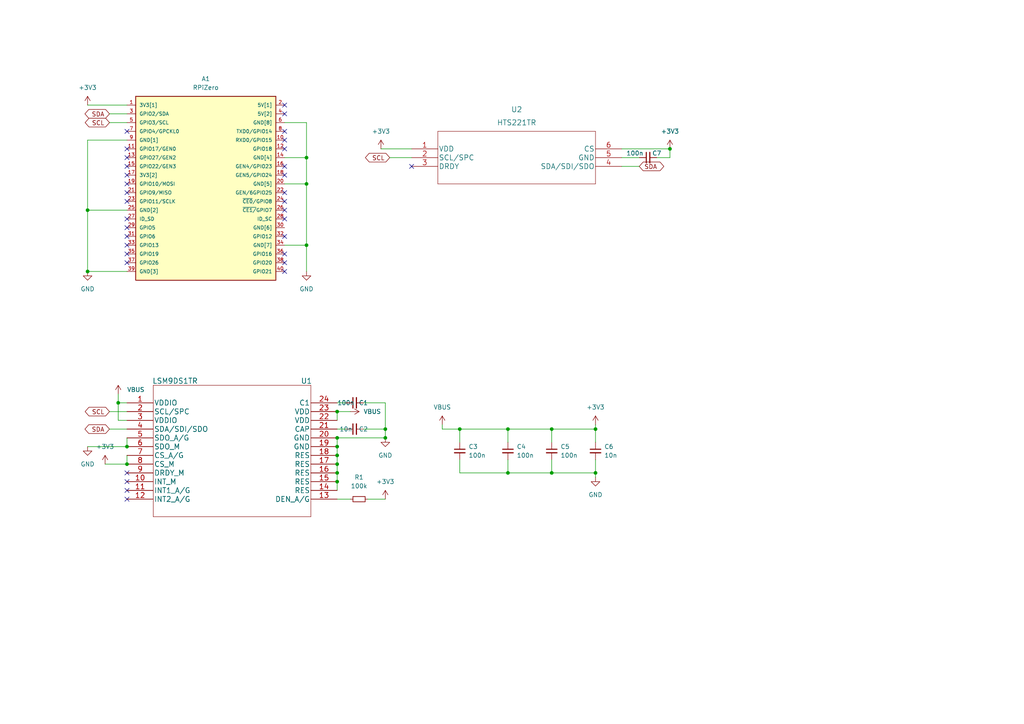
<source format=kicad_sch>
(kicad_sch (version 20211123) (generator eeschema)
  (paper "A4")
  (lib_symbols
    (symbol "Device:C_Small" (pin_numbers hide) (pin_names (offset 0.254) hide)
      (property "Reference" "C" (at 0.254 1.778 0))
      (property "Value" "C_Small" (at 0.254 -2.032 0))
      (symbol "C_Small_0_1"
        (polyline (pts (xy -1.524 -0.508) (xy 1.524 -0.508)) (stroke (width 0.3302)))
        (polyline (pts (xy -1.524 0.508) (xy 1.524 0.508)) (stroke (width 0.3048)))
      )
      (symbol "C_Small_1_1"
        (pin passive line (at 0 2.54 270) (length 2.032) (name "~") (number "1"))
        (pin passive line (at 0 -2.54 90) (length 2.032) (name "~") (number "2"))
      )
    )
    (symbol "Device:R_Small" (pin_numbers hide) (pin_names (offset 0.254) hide)
      (property "Reference" "R" (at 0.762 0.508 0))
      (property "Value" "R_Small" (at 0.762 -1.016 0))
      (symbol "R_Small_0_1"
        (rectangle (start -0.762 1.778) (end 0.762 -1.778) (stroke (width 0.2032)))
      )
      (symbol "R_Small_1_1"
        (pin passive line (at 0 2.54 270) (length 0.762) (name "~") (number "1"))
        (pin passive line (at 0 -2.54 90) (length 0.762) (name "~") (number "2"))
      )
    )
    (symbol "OBC:HTS221TR" (pin_names (offset 0.254))
      (property "Reference" "U" (at 30.48 10.16 0))
      (property "Value" "HTS221TR" (at 30.48 7.62 0))
      (symbol "HTS221TR_1_1"
        (polyline (pts (xy 7.62 -10.16) (xy 53.34 -10.16)) (stroke (width 0.127)))
        (polyline (pts (xy 7.62 5.08) (xy 7.62 -10.16)) (stroke (width 0.127)))
        (polyline (pts (xy 53.34 -10.16) (xy 53.34 5.08)) (stroke (width 0.127)))
        (polyline (pts (xy 53.34 5.08) (xy 7.62 5.08)) (stroke (width 0.127)))
        (pin power_in line (at 0 0 0) (length 7.62) (name "VDD") (number "1"))
        (pin unspecified line (at 0 -2.54 0) (length 7.62) (name "SCL/SPC") (number "2"))
        (pin unspecified line (at 0 -5.08 0) (length 7.62) (name "DRDY") (number "3"))
        (pin unspecified line (at 60.96 -5.08 180) (length 7.62) (name "SDA/SDI/SDO") (number "4"))
        (pin power_in line (at 60.96 -2.54 180) (length 7.62) (name "GND") (number "5"))
        (pin unspecified line (at 60.96 0 180) (length 7.62) (name "CS") (number "6"))
      )
    )
    (symbol "OBC:LSM9DS1TR" (pin_names (offset 0.254))
      (property "Reference" "U" (at 30.48 10.16 0))
      (property "Value" "LSM9DS1TR" (at 30.48 7.62 0))
      (symbol "LSM9DS1TR_1_1"
        (polyline (pts (xy 7.62 -33.02) (xy 53.34 -33.02)) (stroke (width 0.127)))
        (polyline (pts (xy 7.62 5.08) (xy 7.62 -33.02)) (stroke (width 0.127)))
        (polyline (pts (xy 53.34 -33.02) (xy 53.34 5.08)) (stroke (width 0.127)))
        (polyline (pts (xy 53.34 5.08) (xy 7.62 5.08)) (stroke (width 0.127)))
        (pin power_in line (at 0 0 0) (length 7.62) (name "VDDIO") (number "1"))
        (pin bidirectional line (at 0 -22.86 0) (length 7.62) (name "INT_M") (number "10"))
        (pin bidirectional line (at 0 -25.4 0) (length 7.62) (name "INT1_A/G") (number "11"))
        (pin bidirectional line (at 0 -27.94 0) (length 7.62) (name "INT2_A/G") (number "12"))
        (pin bidirectional line (at 60.96 -27.94 180) (length 7.62) (name "DEN_A/G") (number "13"))
        (pin unspecified line (at 60.96 -25.4 180) (length 7.62) (name "RES") (number "14"))
        (pin unspecified line (at 60.96 -22.86 180) (length 7.62) (name "RES") (number "15"))
        (pin unspecified line (at 60.96 -20.32 180) (length 7.62) (name "RES") (number "16"))
        (pin unspecified line (at 60.96 -17.78 180) (length 7.62) (name "RES") (number "17"))
        (pin unspecified line (at 60.96 -15.24 180) (length 7.62) (name "RES") (number "18"))
        (pin power_in line (at 60.96 -12.7 180) (length 7.62) (name "GND") (number "19"))
        (pin bidirectional line (at 0 -2.54 0) (length 7.62) (name "SCL/SPC") (number "2"))
        (pin power_in line (at 60.96 -10.16 180) (length 7.62) (name "GND") (number "20"))
        (pin unspecified line (at 60.96 -7.62 180) (length 7.62) (name "CAP") (number "21"))
        (pin power_in line (at 60.96 -5.08 180) (length 7.62) (name "VDD") (number "22"))
        (pin power_in line (at 60.96 -2.54 180) (length 7.62) (name "VDD") (number "23"))
        (pin bidirectional line (at 60.96 0 180) (length 7.62) (name "C1") (number "24"))
        (pin power_in line (at 0 -5.08 0) (length 7.62) (name "VDDIO") (number "3"))
        (pin bidirectional line (at 0 -7.62 0) (length 7.62) (name "SDA/SDI/SDO") (number "4"))
        (pin output line (at 0 -10.16 0) (length 7.62) (name "SDO_A/G") (number "5"))
        (pin output line (at 0 -12.7 0) (length 7.62) (name "SDO_M") (number "6"))
        (pin bidirectional line (at 0 -15.24 0) (length 7.62) (name "CS_A/G") (number "7"))
        (pin bidirectional line (at 0 -17.78 0) (length 7.62) (name "CS_M") (number "8"))
        (pin bidirectional line (at 0 -20.32 0) (length 7.62) (name "DRDY_M") (number "9"))
      )
    )
    (symbol "OBC:RPiZero" (pin_names (offset 1.016))
      (property "Reference" "A" (at -20.3454 26.6954 0))
      (property "Value" "RPiZero" (at -20.3454 -30.5054 0))
      (symbol "RPiZero_0_0"
        (rectangle (start -20.32 -27.94) (end 20.32 25.4) (stroke (width 0.254)) (fill (type background)))
        (pin power_in line (at -22.86 22.86 0) (length 2.54) (name "3V3[1]") (number "1"))
        (pin bidirectional line (at 22.86 12.7 180) (length 2.54) (name "RXD0/GPIO15") (number "10"))
        (pin bidirectional line (at -22.86 10.16 0) (length 2.54) (name "GPIO17/GEN0") (number "11"))
        (pin bidirectional line (at 22.86 10.16 180) (length 2.54) (name "GPIO18") (number "12"))
        (pin bidirectional line (at -22.86 7.62 0) (length 2.54) (name "GPIO27/GEN2") (number "13"))
        (pin power_in line (at 22.86 7.62 180) (length 2.54) (name "GND[4]") (number "14"))
        (pin bidirectional line (at -22.86 5.08 0) (length 2.54) (name "GPIO22/GEN3") (number "15"))
        (pin bidirectional line (at 22.86 5.08 180) (length 2.54) (name "GEN4/GPIO23") (number "16"))
        (pin power_in line (at -22.86 2.54 0) (length 2.54) (name "3V3[2]") (number "17"))
        (pin bidirectional line (at 22.86 2.54 180) (length 2.54) (name "GEN5/GPIO24") (number "18"))
        (pin bidirectional line (at -22.86 0 0) (length 2.54) (name "GPIO10/MOSI") (number "19"))
        (pin power_in line (at 22.86 22.86 180) (length 2.54) (name "5V[1]") (number "2"))
        (pin power_in line (at 22.86 0 180) (length 2.54) (name "GND[5]") (number "20"))
        (pin bidirectional line (at -22.86 -2.54 0) (length 2.54) (name "GPIO9/MISO") (number "21"))
        (pin bidirectional line (at 22.86 -2.54 180) (length 2.54) (name "GEN/6GPIO25") (number "22"))
        (pin bidirectional line (at -22.86 -5.08 0) (length 2.54) (name "GPIO11/SCLK") (number "23"))
        (pin bidirectional line (at 22.86 -5.08 180) (length 2.54) (name "~{CE0}/GPIO8") (number "24"))
        (pin power_in line (at -22.86 -7.62 0) (length 2.54) (name "GND[2]") (number "25"))
        (pin bidirectional line (at 22.86 -7.62 180) (length 2.54) (name "~{CE1/}GPIO7") (number "26"))
        (pin bidirectional line (at -22.86 -10.16 0) (length 2.54) (name "ID_SD") (number "27"))
        (pin bidirectional line (at 22.86 -10.16 180) (length 2.54) (name "ID_SC") (number "28"))
        (pin bidirectional line (at -22.86 -12.7 0) (length 2.54) (name "GPIO5") (number "29"))
        (pin bidirectional line (at -22.86 20.32 0) (length 2.54) (name "GPIO2/SDA") (number "3"))
        (pin power_in line (at 22.86 -12.7 180) (length 2.54) (name "GND[6]") (number "30"))
        (pin bidirectional line (at -22.86 -15.24 0) (length 2.54) (name "GPIO6") (number "31"))
        (pin bidirectional line (at 22.86 -15.24 180) (length 2.54) (name "GPIO12") (number "32"))
        (pin bidirectional line (at -22.86 -17.78 0) (length 2.54) (name "GPIO13") (number "33"))
        (pin power_in line (at 22.86 -17.78 180) (length 2.54) (name "GND[7]") (number "34"))
        (pin bidirectional line (at -22.86 -20.32 0) (length 2.54) (name "GPIO19") (number "35"))
        (pin bidirectional line (at 22.86 -20.32 180) (length 2.54) (name "GPIO16") (number "36"))
        (pin bidirectional line (at -22.86 -22.86 0) (length 2.54) (name "GPIO26") (number "37"))
        (pin bidirectional line (at 22.86 -22.86 180) (length 2.54) (name "GPIO20") (number "38"))
        (pin power_in line (at -22.86 -25.4 0) (length 2.54) (name "GND[3]") (number "39"))
        (pin power_in line (at 22.86 20.32 180) (length 2.54) (name "5V[2]") (number "4"))
        (pin bidirectional line (at 22.86 -25.4 180) (length 2.54) (name "GPIO21") (number "40"))
        (pin bidirectional line (at -22.86 17.78 0) (length 2.54) (name "GPIO3/SCL") (number "5"))
        (pin power_in line (at 22.86 17.78 180) (length 2.54) (name "GND[8]") (number "6"))
        (pin bidirectional line (at -22.86 15.24 0) (length 2.54) (name "GPIO4/GPCKL0") (number "7"))
        (pin bidirectional line (at 22.86 15.24 180) (length 2.54) (name "TXD0/GPIO14") (number "8"))
        (pin power_in line (at -22.86 12.7 0) (length 2.54) (name "GND[1]") (number "9"))
      )
    )
    (symbol "power:+3.3V" (power) (pin_names (offset 0))
      (property "Value" "+3.3V" (at 0 3.556 0))
      (symbol "+3.3V_0_1"
        (polyline (pts (xy -0.762 1.27) (xy 0 2.54)))
        (polyline (pts (xy 0 0) (xy 0 2.54)))
        (polyline (pts (xy 0 2.54) (xy 0.762 1.27)))
      )
      (symbol "+3.3V_1_1"
        (pin power_in line (at 0 0 90) (length 0) hide (name "+3V3") (number "1"))
      )
    )
    (symbol "power:GND" (power) (pin_names (offset 0))
      (property "Value" "GND" (at 0 -3.81 0))
      (symbol "GND_0_1"
        (polyline (pts (xy 0 0) (xy 0 -1.27) (xy 1.27 -1.27) (xy 0 -2.54) (xy -1.27 -1.27) (xy 0 -1.27)))
      )
      (symbol "GND_1_1"
        (pin power_in line (at 0 0 270) (length 0) hide (name "GND") (number "1"))
      )
    )
    (symbol "power:VBUS" (power) (pin_names (offset 0))
      (property "Value" "VBUS" (at 0 3.81 0))
      (symbol "VBUS_0_1"
        (polyline (pts (xy -0.762 1.27) (xy 0 2.54)))
        (polyline (pts (xy 0 0) (xy 0 2.54)))
        (polyline (pts (xy 0 2.54) (xy 0.762 1.27)))
      )
      (symbol "VBUS_1_1"
        (pin power_in line (at 0 0 90) (length 0) hide (name "VBUS") (number "1"))
      )
    )
  )
  (junction (at 25.4 60.96))
  (junction (at 88.9 53.34))
  (junction (at 111.76 127))
  (junction (at 25.4 78.74))
  (junction (at 147.32 137.16))
  (junction (at 194.31 43.18))
  (junction (at 97.79 139.7))
  (junction (at 97.79 129.54))
  (junction (at 36.83 129.54))
  (junction (at 88.9 71.12))
  (junction (at 160.02 137.16))
  (junction (at 97.79 119.38))
  (junction (at 97.79 132.08))
  (junction (at 172.72 124.46))
  (junction (at 97.79 134.62))
  (junction (at 111.76 124.46))
  (junction (at 172.72 137.16))
  (junction (at 160.02 124.46))
  (junction (at 36.83 134.62))
  (junction (at 34.29 116.84))
  (junction (at 88.9 45.72))
  (junction (at 133.35 124.46))
  (junction (at 97.79 137.16))
  (junction (at 147.32 124.46))
  (junction (at 97.79 127))
  (no_connect (at 36.83 50.8))
  (no_connect (at 36.83 53.34))
  (no_connect (at 36.83 55.88))
  (no_connect (at 36.83 38.1))
  (no_connect (at 36.83 43.18))
  (no_connect (at 36.83 45.72))
  (no_connect (at 36.83 66.04))
  (no_connect (at 36.83 68.58))
  (no_connect (at 36.83 71.12))
  (no_connect (at 36.83 73.66))
  (no_connect (at 36.83 76.2))
  (no_connect (at 36.83 48.26))
  (no_connect (at 36.83 58.42))
  (no_connect (at 36.83 63.5))
  (no_connect (at 82.55 58.42))
  (no_connect (at 82.55 38.1))
  (no_connect (at 36.83 137.16))
  (no_connect (at 82.55 40.64))
  (no_connect (at 82.55 60.96))
  (no_connect (at 82.55 50.8))
  (no_connect (at 82.55 55.88))
  (no_connect (at 82.55 43.18))
  (no_connect (at 82.55 76.2))
  (no_connect (at 82.55 63.5))
  (no_connect (at 36.83 139.7))
  (no_connect (at 82.55 78.74))
  (no_connect (at 82.55 73.66))
  (no_connect (at 82.55 48.26))
  (no_connect (at 119.38 48.26))
  (no_connect (at 36.83 144.78))
  (no_connect (at 36.83 142.24))
  (no_connect (at 82.55 30.48))
  (no_connect (at 82.55 33.02))
  (no_connect (at 82.55 68.58))
  (wire (pts (xy 160.02 124.46) (xy 160.02 128.27)))
  (wire (pts (xy 180.34 43.18) (xy 194.31 43.18)))
  (wire (pts (xy 36.83 121.92) (xy 34.29 121.92)))
  (wire (pts (xy 147.32 124.46) (xy 147.32 128.27)))
  (wire (pts (xy 172.72 123.19) (xy 172.72 124.46)))
  (wire (pts (xy 97.79 137.16) (xy 97.79 139.7)))
  (wire (pts (xy 88.9 71.12) (xy 88.9 78.74)))
  (wire (pts (xy 133.35 133.35) (xy 133.35 137.16)))
  (wire (pts (xy 34.29 114.3) (xy 34.29 116.84)))
  (wire (pts (xy 180.34 48.26) (xy 185.42 48.26)))
  (wire (pts (xy 97.79 116.84) (xy 100.33 116.84)))
  (wire (pts (xy 190.5 45.72) (xy 194.31 45.72)))
  (wire (pts (xy 25.4 129.54) (xy 36.83 129.54)))
  (wire (pts (xy 34.29 116.84) (xy 34.29 121.92)))
  (wire (pts (xy 133.35 137.16) (xy 147.32 137.16)))
  (wire (pts (xy 31.75 35.56) (xy 36.83 35.56)))
  (wire (pts (xy 88.9 53.34) (xy 88.9 71.12)))
  (wire (pts (xy 30.48 134.62) (xy 36.83 134.62)))
  (wire (pts (xy 97.79 129.54) (xy 97.79 132.08)))
  (wire (pts (xy 110.49 43.18) (xy 119.38 43.18)))
  (wire (pts (xy 97.79 134.62) (xy 97.79 137.16)))
  (wire (pts (xy 97.79 127) (xy 97.79 129.54)))
  (wire (pts (xy 160.02 124.46) (xy 172.72 124.46)))
  (wire (pts (xy 88.9 35.56) (xy 88.9 45.72)))
  (wire (pts (xy 25.4 30.48) (xy 36.83 30.48)))
  (wire (pts (xy 36.83 40.64) (xy 25.4 40.64)))
  (wire (pts (xy 31.75 119.38) (xy 36.83 119.38)))
  (wire (pts (xy 97.79 144.78) (xy 101.6 144.78)))
  (wire (pts (xy 105.41 124.46) (xy 111.76 124.46)))
  (wire (pts (xy 133.35 128.27) (xy 133.35 124.46)))
  (wire (pts (xy 97.79 139.7) (xy 97.79 142.24)))
  (wire (pts (xy 82.55 35.56) (xy 88.9 35.56)))
  (wire (pts (xy 106.68 144.78) (xy 111.76 144.78)))
  (wire (pts (xy 194.31 43.18) (xy 194.31 45.72)))
  (wire (pts (xy 36.83 116.84) (xy 34.29 116.84)))
  (wire (pts (xy 36.83 132.08) (xy 36.83 134.62)))
  (wire (pts (xy 128.27 124.46) (xy 133.35 124.46)))
  (wire (pts (xy 180.34 45.72) (xy 185.42 45.72)))
  (wire (pts (xy 172.72 137.16) (xy 172.72 138.43)))
  (wire (pts (xy 25.4 78.74) (xy 36.83 78.74)))
  (wire (pts (xy 25.4 60.96) (xy 25.4 78.74)))
  (wire (pts (xy 97.79 127) (xy 111.76 127)))
  (wire (pts (xy 97.79 119.38) (xy 101.6 119.38)))
  (wire (pts (xy 160.02 137.16) (xy 172.72 137.16)))
  (wire (pts (xy 25.4 60.96) (xy 36.83 60.96)))
  (wire (pts (xy 172.72 124.46) (xy 172.72 128.27)))
  (wire (pts (xy 105.41 116.84) (xy 111.76 116.84)))
  (wire (pts (xy 36.83 127) (xy 36.83 129.54)))
  (wire (pts (xy 88.9 45.72) (xy 88.9 53.34)))
  (wire (pts (xy 31.75 33.02) (xy 36.83 33.02)))
  (wire (pts (xy 97.79 119.38) (xy 97.79 121.92)))
  (wire (pts (xy 147.32 137.16) (xy 160.02 137.16)))
  (wire (pts (xy 147.32 133.35) (xy 147.32 137.16)))
  (wire (pts (xy 111.76 124.46) (xy 111.76 127)))
  (wire (pts (xy 97.79 124.46) (xy 100.33 124.46)))
  (wire (pts (xy 147.32 124.46) (xy 160.02 124.46)))
  (wire (pts (xy 111.76 116.84) (xy 111.76 124.46)))
  (wire (pts (xy 160.02 133.35) (xy 160.02 137.16)))
  (wire (pts (xy 133.35 124.46) (xy 147.32 124.46)))
  (wire (pts (xy 97.79 132.08) (xy 97.79 134.62)))
  (wire (pts (xy 172.72 133.35) (xy 172.72 137.16)))
  (wire (pts (xy 31.75 124.46) (xy 36.83 124.46)))
  (wire (pts (xy 25.4 40.64) (xy 25.4 60.96)))
  (wire (pts (xy 82.55 45.72) (xy 88.9 45.72)))
  (wire (pts (xy 82.55 71.12) (xy 88.9 71.12)))
  (wire (pts (xy 128.27 123.19) (xy 128.27 124.46)))
  (wire (pts (xy 113.03 45.72) (xy 119.38 45.72)))
  (wire (pts (xy 82.55 53.34) (xy 88.9 53.34)))
  (global_label "SCL" (shape bidirectional) (at 31.75 35.56 180) (property "Intersheet References" "${INTERSHEET_REFS}" (effects hide)))
  (global_label "SDA" (shape bidirectional) (at 31.75 33.02 180) (property "Intersheet References" "${INTERSHEET_REFS}" (effects hide)))
  (global_label "SCL" (shape bidirectional) (at 113.03 45.72 180) (property "Intersheet References" "${INTERSHEET_REFS}" (effects hide)))
  (global_label "SCL" (shape bidirectional) (at 31.75 119.38 180) (property "Intersheet References" "${INTERSHEET_REFS}" (effects hide)))
  (global_label "SDA" (shape bidirectional) (at 185.42 48.26 0) (property "Intersheet References" "${INTERSHEET_REFS}" (effects hide)))
  (global_label "SDA" (shape bidirectional) (at 31.75 124.46 180) (property "Intersheet References" "${INTERSHEET_REFS}" (effects hide)))
  (symbol (lib_id "power:GND") (at 25.4 78.74 0) (unit 1)
    (property "Reference" "#PWR0102" (effects hide))
    (property "Value" "GND" (at 25.4 83.82 0))
  )
  (symbol (lib_id "Device:C_Small") (at 187.96 45.72 90) (unit 1)
    (property "Reference" "C7" (at 190.5 44.45 90))
    (property "Value" "100n" (at 184.15 44.45 90))
    (property "Footprint" "Capacitor_SMD:C_0201_0603Metric" (effects hide))
  )
  (symbol (lib_id "power:+3.3V") (at 30.48 134.62 0) (unit 1)
    (property "Reference" "#PWR0106" (effects hide))
    (property "Value" "+3.3V" (at 30.48 129.54 0))
  )
  (symbol (lib_id "Device:C_Small") (at 172.72 130.81 0) (unit 1)
    (property "Reference" "C6" (at 175.26 129.5462 0) (effects (justify left)))
    (property "Value" "10n" (at 175.26 132.0862 0) (effects (justify left)))
    (property "Footprint" "Capacitor_SMD:C_0201_0603Metric" (effects hide))
  )
  (symbol (lib_id "power:+3.3V") (at 194.31 43.18 0) (unit 1)
    (property "Reference" "#PWR0112" (effects hide))
    (property "Value" "+3.3V" (at 194.31 38.1 0))
  )
  (symbol (lib_id "Device:R_Small") (at 104.14 144.78 270) (unit 1)
    (property "Reference" "R1" (at 104.14 138.43 90))
    (property "Value" "100k" (at 104.14 140.97 90))
    (property "Footprint" "OptoDevice:R_LDR_4.9x4.2mm_P2.54mm_Vertical" (effects hide))
  )
  (symbol (lib_id "power:+3.3V") (at 110.49 43.18 0) (unit 1)
    (property "Reference" "#PWR0113" (effects hide))
    (property "Value" "+3.3V" (at 110.49 38.1 0))
  )
  (symbol (lib_id "power:VBUS") (at 101.6 119.38 270) (unit 1)
    (property "Reference" "#PWR0107" (effects hide))
    (property "Value" "VBUS" (at 105.41 119.3799 90) (effects (justify left)))
  )
  (symbol (lib_id "power:+3.3V") (at 111.76 144.78 0) (unit 1)
    (property "Reference" "#PWR0108" (effects hide))
    (property "Value" "+3.3V" (at 111.76 139.7 0))
  )
  (symbol (lib_id "power:VBUS") (at 128.27 123.19 0) (unit 1)
    (property "Reference" "#PWR0114" (effects hide))
    (property "Value" "VBUS" (at 128.27 118.11 0))
  )
  (symbol (lib_id "Device:C_Small") (at 102.87 116.84 90) (unit 1)
    (property "Reference" "C1" (at 105.41 116.84 90))
    (property "Value" "100n" (at 100.33 116.84 90))
    (property "Footprint" "Capacitor_SMD:C_0201_0603Metric" (effects hide))
  )
  (symbol (lib_id "Device:C_Small") (at 133.35 130.81 0) (unit 1)
    (property "Reference" "C3" (at 135.89 129.5462 0) (effects (justify left)))
    (property "Value" "100n" (at 135.89 132.0862 0) (effects (justify left)))
    (property "Footprint" "Capacitor_SMD:C_0201_0603Metric" (effects hide))
  )
  (symbol (lib_id "OBC:HTS221TR") (at 119.38 43.18 0) (unit 1)
    (property "Reference" "U2" (at 149.86 31.75 0) (effects (font (size 1.524 1.524))))
    (property "Value" "HTS221TR" (at 149.86 35.56 0) (effects (font (size 1.524 1.524))))
    (property "Footprint" "OBC:HTS221TR" (effects hide))
  )
  (symbol (lib_id "power:+3.3V") (at 25.4 30.48 0) (unit 1)
    (property "Reference" "#PWR0101" (effects hide))
    (property "Value" "+3.3V" (at 25.4 25.4 0))
  )
  (symbol (lib_id "power:+3.3V") (at 172.72 123.19 0) (unit 1)
    (property "Reference" "#PWR0111" (effects hide))
    (property "Value" "+3.3V" (at 172.72 118.11 0))
  )
  (symbol (lib_id "OBC:LSM9DS1TR") (at 36.83 116.84 0) (unit 1)
    (property "Reference" "U1" (at 88.9 110.49 0) (effects (font (size 1.524 1.524))))
    (property "Value" "LSM9DS1TR" (at 50.8 110.49 0) (effects (font (size 1.524 1.524))))
    (property "Footprint" "OBC:LSM9DS1TR" (effects hide))
  )
  (symbol (lib_id "power:GND") (at 25.4 129.54 0) (unit 1)
    (property "Reference" "#PWR0105" (effects hide))
    (property "Value" "GND" (at 25.4 134.62 0))
  )
  (symbol (lib_id "power:GND") (at 111.76 127 0) (unit 1)
    (property "Reference" "#PWR0109" (effects hide))
    (property "Value" "GND" (at 111.76 132.08 0))
  )
  (symbol (lib_id "OBC:RPiZero") (at 59.69 53.34 0) (unit 1)
    (property "Reference" "A1" (at 59.69 22.86 0))
    (property "Value" "RPiZero" (at 59.69 25.4 0))
    (property "Footprint" "OBC:RPiZero" (effects hide))
    (property "MANUFACTURER" "Raspberry" (effects hide))
    (property "STANDARD" "MAnufactutrer Recommendations" (effects hide))
  )
  (symbol (lib_id "Device:C_Small") (at 147.32 130.81 0) (unit 1)
    (property "Reference" "C4" (at 149.86 129.5462 0) (effects (justify left)))
    (property "Value" "100n" (at 149.86 132.0862 0) (effects (justify left)))
    (property "Footprint" "Capacitor_SMD:C_0201_0603Metric" (effects hide))
  )
  (symbol (lib_id "power:GND") (at 172.72 138.43 0) (unit 1)
    (property "Reference" "#PWR0110" (effects hide))
    (property "Value" "GND" (at 172.72 143.51 0))
  )
  (symbol (lib_id "Device:C_Small") (at 160.02 130.81 0) (unit 1)
    (property "Reference" "C5" (at 162.56 129.5462 0) (effects (justify left)))
    (property "Value" "100n" (at 162.56 132.0862 0) (effects (justify left)))
    (property "Footprint" "Capacitor_SMD:C_0201_0603Metric" (effects hide))
  )
  (symbol (lib_id "power:VBUS") (at 34.29 114.3 0) (unit 1)
    (property "Reference" "#PWR0104" (effects hide))
    (property "Value" "VBUS" (at 36.83 113.0299 0) (effects (justify left)))
  )
  (symbol (lib_id "power:GND") (at 88.9 78.74 0) (unit 1)
    (property "Reference" "#PWR0103" (effects hide))
    (property "Value" "GND" (at 88.9 83.82 0))
  )
  (symbol (lib_id "Device:C_Small") (at 102.87 124.46 90) (unit 1)
    (property "Reference" "C2" (at 105.41 124.46 90))
    (property "Value" "10n" (at 100.33 124.46 90))
    (property "Footprint" "Capacitor_SMD:C_0201_0603Metric" (effects hide))
  )
)
</source>
